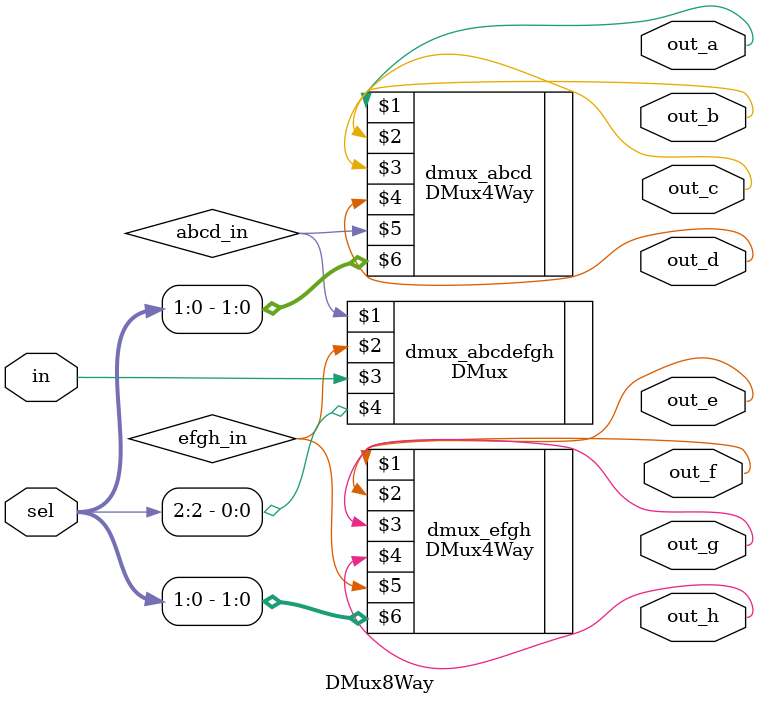
<source format=v>
`default_nettype none

module DMux8Way (
  output wire out_a,
  output wire out_b,
  output wire out_c,
  output wire out_d,
  output wire out_e,
  output wire out_f,
  output wire out_g,
  output wire out_h,
  input wire[2:0] sel,
  input wire in
);

  wire abcd_in;
  wire efgh_in;

  DMux dmux_abcdefgh(abcd_in, efgh_in, in, sel[2]);
  DMux4Way dmux_abcd(out_a, out_b, out_c, out_d, abcd_in, sel[1:0]);
  DMux4Way dmux_efgh(out_e, out_f, out_g, out_h, efgh_in, sel[1:0]);

endmodule


</source>
